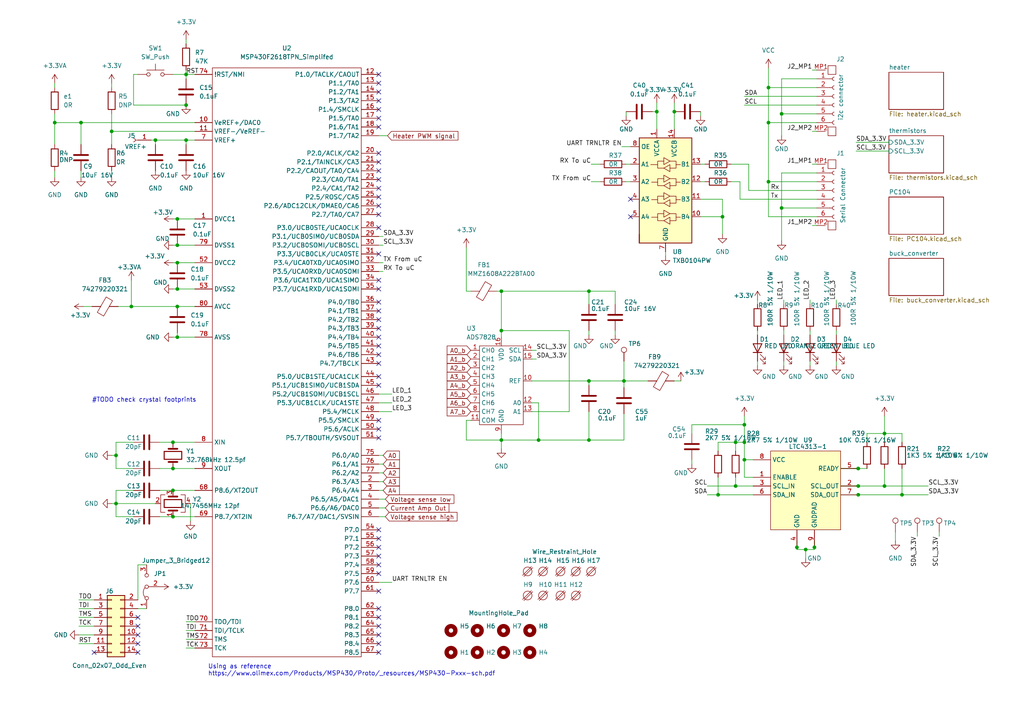
<source format=kicad_sch>
(kicad_sch (version 20230121) (generator eeschema)
  (paper "A4")
  (title_block (title "Hestia") (date "2023-06-14") (rev "2.1") (company "Mawson Rovers"))
  (junction (at 261.62 143.51))
  (junction (at 222.885 52.705))
  (junction (at 170.815 127.635))
  (junction (at 233.68 159.385))
  (junction (at 209.55 62.865))
  (junction (at 53.975 40.64))
  (junction (at 53.975 21.59))
  (junction (at 51.435 71.12))
  (junction (at 248.92 143.51))
  (junction (at 190.5 32.385))
  (junction (at 248.92 135.89))
  (junction (at 50.165 135.89))
  (junction (at 170.815 110.49))
  (junction (at 256.54 125.73))
  (junction (at 248.92 140.97))
  (junction (at 180.975 110.49))
  (junction (at 213.36 140.97))
  (junction (at 215.9 128.27))
  (junction (at 215.9 123.19))
  (junction (at 33.655 132.08))
  (junction (at 145.415 84.455))
  (junction (at 32.385 38.1))
  (junction (at 236.22 158.75))
  (junction (at 51.435 88.9))
  (junction (at 53.975 30.48))
  (junction (at 50.165 142.24))
  (junction (at 215.9 133.35))
  (junction (at 145.415 127.635))
  (junction (at 50.165 149.86))
  (junction (at 222.885 25.4))
  (junction (at 50.165 128.27))
  (junction (at 15.875 35.56))
  (junction (at 145.415 95.885))
  (junction (at 213.36 128.27))
  (junction (at 256.54 140.97))
  (junction (at 45.085 40.64))
  (junction (at 231.14 158.75))
  (junction (at 51.435 63.5))
  (junction (at 226.695 60.325))
  (junction (at 23.495 35.56))
  (junction (at 38.1 88.9))
  (junction (at 51.435 76.2))
  (junction (at 208.28 143.51))
  (junction (at 222.885 35.56))
  (junction (at 226.695 33.02))
  (junction (at 33.655 146.05))
  (junction (at 51.435 83.82))
  (junction (at 156.21 127.635))
  (junction (at 170.815 84.455))
  (junction (at 51.435 97.79))
  (junction (at 195.58 32.385))
  (no_connect (at 109.855 36.83))
  (no_connect (at 109.855 59.69))
  (no_connect (at 40.005 179.07))
  (no_connect (at 109.855 46.99))
  (no_connect (at 109.855 62.23))
  (no_connect (at 40.005 186.69))
  (no_connect (at 27.305 189.23))
  (no_connect (at 109.855 57.15))
  (no_connect (at 109.855 31.75))
  (no_connect (at 40.005 181.61))
  (no_connect (at 109.855 52.07))
  (no_connect (at 109.855 26.67))
  (no_connect (at 109.855 87.63))
  (no_connect (at 109.855 49.53))
  (no_connect (at 109.855 24.13))
  (no_connect (at 109.855 34.29))
  (no_connect (at 109.855 100.33))
  (no_connect (at 109.855 102.87))
  (no_connect (at 109.855 105.41))
  (no_connect (at 109.855 95.25))
  (no_connect (at 109.855 92.71))
  (no_connect (at 109.855 29.21))
  (no_connect (at 109.855 127))
  (no_connect (at 109.855 124.46))
  (no_connect (at 109.855 121.92))
  (no_connect (at 109.855 111.76))
  (no_connect (at 109.855 109.22))
  (no_connect (at 109.855 66.04))
  (no_connect (at 109.855 73.66))
  (no_connect (at 109.855 83.82))
  (no_connect (at 109.855 81.28))
  (no_connect (at 109.855 189.23))
  (no_connect (at 109.855 186.69))
  (no_connect (at 109.855 179.07))
  (no_connect (at 109.855 181.61))
  (no_connect (at 109.855 184.15))
  (no_connect (at 109.855 176.53))
  (no_connect (at 109.855 153.67))
  (no_connect (at 109.855 156.21))
  (no_connect (at 109.855 166.37))
  (no_connect (at 109.855 163.83))
  (no_connect (at 109.855 171.45))
  (no_connect (at 109.855 161.29))
  (no_connect (at 109.855 158.75))
  (no_connect (at 40.005 184.15))
  (no_connect (at 109.855 44.45))
  (no_connect (at 40.005 189.23))
  (no_connect (at 109.855 97.79))
  (no_connect (at 109.855 90.17))
  (no_connect (at 109.855 21.59))
  (no_connect (at 109.855 54.61))
  (no_connect (at 182.88 62.865))
  (no_connect (at 182.88 57.785))
  (wire (pts (xy 248.92 135.89) (xy 251.46 135.89)))
  (wire (pts (xy 55.245 151.13) (xy 55.245 146.05)))
  (wire (pts (xy 178.435 84.455) (xy 178.435 88.265)))
  (wire (pts (xy 154.305 101.6) (xy 155.575 101.6)))
  (wire (pts (xy 261.62 143.51) (xy 261.62 135.89)))
  (wire (pts (xy 236.22 158.75) (xy 236.22 159.385)))
  (wire (pts (xy 204.47 47.625) (xy 203.2 47.625)))
  (wire (pts (xy 23.495 35.56) (xy 15.875 35.56)))
  (wire (pts (xy 170.815 84.455) (xy 170.815 88.265)))
  (wire (pts (xy 195.58 32.385) (xy 195.58 37.465)))
  (wire (pts (xy 145.415 125.73) (xy 145.415 127.635)))
  (wire (pts (xy 154.305 119.38) (xy 165.1 119.38)))
  (wire (pts (xy 208.28 138.43) (xy 208.28 143.51)))
  (wire (pts (xy 15.875 35.56) (xy 15.875 41.91)))
  (wire (pts (xy 109.855 144.78) (xy 111.76 144.78)))
  (wire (pts (xy 180.975 110.49) (xy 187.96 110.49)))
  (wire (pts (xy 235.585 47.625) (xy 236.855 47.625)))
  (wire (pts (xy 109.855 39.37) (xy 112.395 39.37)))
  (wire (pts (xy 233.68 159.385) (xy 236.22 159.385)))
  (wire (pts (xy 226.695 50.165) (xy 226.695 60.325)))
  (wire (pts (xy 32.385 51.435) (xy 32.385 49.53)))
  (wire (pts (xy 109.855 68.58) (xy 111.125 68.58)))
  (wire (pts (xy 170.815 95.885) (xy 170.815 97.155)))
  (wire (pts (xy 154.305 116.84) (xy 156.21 116.84)))
  (wire (pts (xy 181.61 47.625) (xy 182.88 47.625)))
  (wire (pts (xy 22.86 186.69) (xy 27.305 186.69)))
  (wire (pts (xy 46.355 128.27) (xy 50.165 128.27)))
  (wire (pts (xy 272.415 154.305) (xy 272.415 155.575)))
  (wire (pts (xy 259.715 154.305) (xy 259.715 156.845)))
  (wire (pts (xy 40.005 176.53) (xy 42.545 176.53)))
  (wire (pts (xy 109.855 137.16) (xy 111.125 137.16)))
  (wire (pts (xy 178.435 95.885) (xy 178.435 97.155)))
  (wire (pts (xy 226.695 60.325) (xy 226.695 69.85)))
  (wire (pts (xy 205.105 140.97) (xy 213.36 140.97)))
  (wire (pts (xy 51.435 63.5) (xy 56.515 63.5)))
  (wire (pts (xy 33.655 132.08) (xy 32.385 132.08)))
  (wire (pts (xy 193.04 73.025) (xy 193.04 74.295)))
  (wire (pts (xy 170.815 119.38) (xy 170.815 127.635)))
  (wire (pts (xy 32.385 24.13) (xy 32.385 25.4)))
  (wire (pts (xy 50.165 149.86) (xy 56.515 149.86)))
  (wire (pts (xy 217.17 55.245) (xy 217.17 47.625)))
  (wire (pts (xy 50.165 71.12) (xy 51.435 71.12)))
  (wire (pts (xy 243.84 143.51) (xy 248.92 143.51)))
  (wire (pts (xy 256.54 125.73) (xy 256.54 128.27)))
  (wire (pts (xy 109.855 76.2) (xy 111.125 76.2)))
  (wire (pts (xy 226.695 60.325) (xy 236.855 60.325)))
  (wire (pts (xy 248.285 41.275) (xy 257.81 41.275)))
  (wire (pts (xy 135.255 121.92) (xy 135.255 127.635)))
  (wire (pts (xy 46.355 149.86) (xy 50.165 149.86)))
  (wire (pts (xy 40.005 173.99) (xy 40.005 163.83)))
  (wire (pts (xy 22.86 184.15) (xy 27.305 184.15)))
  (wire (pts (xy 50.165 135.89) (xy 56.515 135.89)))
  (wire (pts (xy 236.855 62.865) (xy 222.885 62.865)))
  (wire (pts (xy 209.55 57.785) (xy 209.55 62.865)))
  (wire (pts (xy 215.9 133.35) (xy 215.9 138.43)))
  (wire (pts (xy 214.63 57.785) (xy 236.855 57.785)))
  (wire (pts (xy 180.975 110.49) (xy 180.975 112.395)))
  (wire (pts (xy 109.855 71.12) (xy 111.125 71.12)))
  (wire (pts (xy 109.855 139.7) (xy 111.125 139.7)))
  (wire (pts (xy 53.975 180.34) (xy 56.515 180.34)))
  (wire (pts (xy 236.855 22.86) (xy 226.695 22.86)))
  (wire (pts (xy 38.1 88.9) (xy 51.435 88.9)))
  (wire (pts (xy 261.62 125.73) (xy 261.62 128.27)))
  (wire (pts (xy 51.435 97.79) (xy 51.435 96.52)))
  (wire (pts (xy 231.14 159.385) (xy 233.68 159.385)))
  (wire (pts (xy 46.355 142.24) (xy 50.165 142.24)))
  (wire (pts (xy 208.28 128.27) (xy 213.36 128.27)))
  (wire (pts (xy 213.36 128.27) (xy 213.36 130.81)))
  (wire (pts (xy 170.815 110.49) (xy 180.975 110.49)))
  (wire (pts (xy 215.9 120.65) (xy 215.9 123.19)))
  (wire (pts (xy 38.1 81.28) (xy 38.1 88.9)))
  (wire (pts (xy 266.065 154.305) (xy 266.065 155.575)))
  (wire (pts (xy 190.5 32.385) (xy 190.5 37.465)))
  (wire (pts (xy 23.495 35.56) (xy 23.495 41.91)))
  (wire (pts (xy 109.855 78.74) (xy 111.125 78.74)))
  (wire (pts (xy 204.47 52.705) (xy 203.2 52.705)))
  (wire (pts (xy 236.855 50.165) (xy 226.695 50.165)))
  (wire (pts (xy 109.855 142.24) (xy 111.125 142.24)))
  (wire (pts (xy 203.2 32.385) (xy 203.2 33.655)))
  (wire (pts (xy 180.34 42.545) (xy 182.88 42.545)))
  (wire (pts (xy 34.29 88.9) (xy 38.1 88.9)))
  (wire (pts (xy 53.975 21.59) (xy 53.975 20.32)))
  (wire (pts (xy 195.58 29.845) (xy 195.58 32.385)))
  (wire (pts (xy 227.33 104.775) (xy 227.33 106.045)))
  (wire (pts (xy 256.54 125.73) (xy 261.62 125.73)))
  (wire (pts (xy 38.735 30.48) (xy 53.975 30.48)))
  (wire (pts (xy 24.13 88.9) (xy 26.67 88.9)))
  (wire (pts (xy 233.68 159.385) (xy 233.68 161.925)))
  (wire (pts (xy 51.435 97.79) (xy 56.515 97.79)))
  (wire (pts (xy 235.585 38.1) (xy 236.855 38.1)))
  (wire (pts (xy 234.95 104.775) (xy 234.95 106.045)))
  (wire (pts (xy 109.855 168.91) (xy 113.665 168.91)))
  (wire (pts (xy 226.695 33.02) (xy 236.855 33.02)))
  (wire (pts (xy 226.695 33.02) (xy 226.695 39.37)))
  (wire (pts (xy 170.815 127.635) (xy 180.975 127.635)))
  (wire (pts (xy 109.855 119.38) (xy 113.665 119.38)))
  (wire (pts (xy 165.1 119.38) (xy 165.1 95.885)))
  (wire (pts (xy 145.415 84.455) (xy 170.815 84.455)))
  (wire (pts (xy 189.23 32.385) (xy 190.5 32.385)))
  (wire (pts (xy 203.2 62.865) (xy 209.55 62.865)))
  (wire (pts (xy 50.165 83.82) (xy 51.435 83.82)))
  (wire (pts (xy 222.885 52.705) (xy 236.855 52.705)))
  (wire (pts (xy 222.885 52.705) (xy 222.885 62.865)))
  (wire (pts (xy 22.86 181.61) (xy 27.305 181.61)))
  (wire (pts (xy 222.885 35.56) (xy 222.885 25.4)))
  (wire (pts (xy 248.92 140.97) (xy 256.54 140.97)))
  (wire (pts (xy 154.305 110.49) (xy 170.815 110.49)))
  (wire (pts (xy 50.165 128.27) (xy 56.515 128.27)))
  (wire (pts (xy 53.975 185.42) (xy 56.515 185.42)))
  (wire (pts (xy 109.855 132.08) (xy 111.125 132.08)))
  (wire (pts (xy 38.735 21.59) (xy 40.005 21.59)))
  (wire (pts (xy 38.735 142.24) (xy 33.655 142.24)))
  (wire (pts (xy 170.815 110.49) (xy 170.815 111.76)))
  (wire (pts (xy 231.14 156.845) (xy 231.14 158.75)))
  (wire (pts (xy 33.655 128.27) (xy 33.655 132.08)))
  (wire (pts (xy 215.9 27.94) (xy 236.855 27.94)))
  (wire (pts (xy 215.9 128.27) (xy 215.9 133.35)))
  (wire (pts (xy 181.61 52.705) (xy 182.88 52.705)))
  (wire (pts (xy 109.855 147.32) (xy 111.76 147.32)))
  (wire (pts (xy 135.255 71.755) (xy 135.255 84.455)))
  (wire (pts (xy 38.735 149.86) (xy 33.655 149.86)))
  (wire (pts (xy 135.255 121.92) (xy 136.525 121.92)))
  (wire (pts (xy 213.36 128.27) (xy 215.9 128.27)))
  (wire (pts (xy 180.975 104.775) (xy 180.975 110.49)))
  (wire (pts (xy 209.55 62.865) (xy 209.55 67.945)))
  (wire (pts (xy 214.63 57.785) (xy 214.63 52.705)))
  (wire (pts (xy 242.57 86.995) (xy 242.57 88.265)))
  (wire (pts (xy 53.975 21.59) (xy 53.975 22.86)))
  (wire (pts (xy 219.71 95.885) (xy 219.71 97.155)))
  (wire (pts (xy 145.415 127.635) (xy 145.415 130.175)))
  (wire (pts (xy 242.57 104.775) (xy 242.57 106.045)))
  (wire (pts (xy 51.435 83.82) (xy 56.515 83.82)))
  (wire (pts (xy 248.285 43.815) (xy 257.81 43.815)))
  (wire (pts (xy 208.28 143.51) (xy 218.44 143.51)))
  (wire (pts (xy 156.21 127.635) (xy 170.815 127.635)))
  (wire (pts (xy 200.66 125.73) (xy 200.66 123.19)))
  (wire (pts (xy 156.21 116.84) (xy 156.21 127.635)))
  (wire (pts (xy 32.385 38.1) (xy 32.385 41.91)))
  (wire (pts (xy 256.54 135.89) (xy 256.54 140.97)))
  (wire (pts (xy 33.655 146.05) (xy 45.085 146.05)))
  (wire (pts (xy 195.58 110.49) (xy 197.485 110.49)))
  (wire (pts (xy 38.735 135.89) (xy 33.655 135.89)))
  (wire (pts (xy 50.165 97.79) (xy 51.435 97.79)))
  (wire (pts (xy 53.975 40.64) (xy 45.085 40.64)))
  (wire (pts (xy 43.815 40.64) (xy 45.085 40.64)))
  (wire (pts (xy 50.165 142.24) (xy 56.515 142.24)))
  (wire (pts (xy 144.145 84.455) (xy 145.415 84.455)))
  (wire (pts (xy 40.005 163.83) (xy 42.545 163.83)))
  (wire (pts (xy 32.385 38.1) (xy 32.385 33.02)))
  (wire (pts (xy 222.885 35.56) (xy 222.885 52.705)))
  (wire (pts (xy 200.66 133.35) (xy 200.66 134.62)))
  (wire (pts (xy 200.66 123.19) (xy 215.9 123.19)))
  (wire (pts (xy 53.975 11.43) (xy 53.975 12.7)))
  (wire (pts (xy 33.655 132.08) (xy 33.655 135.89)))
  (wire (pts (xy 53.975 182.88) (xy 56.515 182.88)))
  (wire (pts (xy 109.855 149.86) (xy 111.76 149.86)))
  (wire (pts (xy 227.33 86.995) (xy 227.33 88.265)))
  (wire (pts (xy 222.885 19.685) (xy 222.885 25.4)))
  (wire (pts (xy 33.655 146.05) (xy 32.385 146.05)))
  (wire (pts (xy 15.875 51.435) (xy 15.875 49.53)))
  (wire (pts (xy 215.9 123.19) (xy 215.9 128.27)))
  (wire (pts (xy 190.5 29.845) (xy 190.5 32.385)))
  (wire (pts (xy 205.105 143.51) (xy 208.28 143.51)))
  (wire (pts (xy 109.855 134.62) (xy 111.125 134.62)))
  (wire (pts (xy 51.435 88.9) (xy 56.515 88.9)))
  (wire (pts (xy 33.655 146.05) (xy 33.655 149.86)))
  (wire (pts (xy 22.86 176.53) (xy 27.305 176.53)))
  (wire (pts (xy 50.165 21.59) (xy 53.975 21.59)))
  (wire (pts (xy 215.9 138.43) (xy 218.44 138.43)))
  (wire (pts (xy 235.585 20.32) (xy 236.855 20.32)))
  (wire (pts (xy 248.92 143.51) (xy 261.62 143.51)))
  (wire (pts (xy 135.255 84.455) (xy 136.525 84.455)))
  (wire (pts (xy 226.695 22.86) (xy 226.695 33.02)))
  (wire (pts (xy 256.54 120.65) (xy 256.54 125.73)))
  (wire (pts (xy 261.62 143.51) (xy 269.24 143.51)))
  (wire (pts (xy 235.585 65.405) (xy 236.855 65.405)))
  (wire (pts (xy 219.71 104.775) (xy 219.71 106.045)))
  (wire (pts (xy 227.33 95.885) (xy 227.33 97.155)))
  (wire (pts (xy 154.305 104.14) (xy 155.575 104.14)))
  (wire (pts (xy 56.515 21.59) (xy 53.975 21.59)))
  (wire (pts (xy 33.655 142.24) (xy 33.655 146.05)))
  (wire (pts (xy 46.355 135.89) (xy 50.165 135.89)))
  (wire (pts (xy 50.165 63.5) (xy 51.435 63.5)))
  (wire (pts (xy 109.855 114.3) (xy 113.665 114.3)))
  (wire (pts (xy 56.515 35.56) (xy 23.495 35.56)))
  (wire (pts (xy 171.45 47.625) (xy 173.99 47.625)))
  (wire (pts (xy 234.95 86.995) (xy 234.95 88.265)))
  (wire (pts (xy 53.975 187.96) (xy 56.515 187.96)))
  (wire (pts (xy 156.21 127.635) (xy 145.415 127.635)))
  (wire (pts (xy 222.885 25.4) (xy 236.855 25.4)))
  (wire (pts (xy 214.63 52.705) (xy 212.09 52.705)))
  (wire (pts (xy 236.855 35.56) (xy 222.885 35.56)))
  (wire (pts (xy 38.735 21.59) (xy 38.735 30.48)))
  (wire (pts (xy 135.255 127.635) (xy 145.415 127.635)))
  (wire (pts (xy 213.36 138.43) (xy 213.36 140.97)))
  (wire (pts (xy 45.085 40.64) (xy 45.085 41.91)))
  (wire (pts (xy 243.84 140.97) (xy 248.92 140.97)))
  (wire (pts (xy 38.735 128.27) (xy 33.655 128.27)))
  (wire (pts (xy 251.46 125.73) (xy 251.46 128.27)))
  (wire (pts (xy 208.28 128.27) (xy 208.28 130.81)))
  (wire (pts (xy 203.2 57.785) (xy 209.55 57.785)))
  (wire (pts (xy 256.54 140.97) (xy 269.24 140.97)))
  (wire (pts (xy 165.1 95.885) (xy 145.415 95.885)))
  (wire (pts (xy 213.36 140.97) (xy 218.44 140.97)))
  (wire (pts (xy 234.95 95.885) (xy 234.95 97.155)))
  (wire (pts (xy 145.415 84.455) (xy 145.415 95.885)))
  (wire (pts (xy 171.45 52.705) (xy 173.99 52.705)))
  (wire (pts (xy 217.17 47.625) (xy 212.09 47.625)))
  (wire (pts (xy 22.86 179.07) (xy 27.305 179.07)))
  (wire (pts (xy 243.84 135.89) (xy 248.92 135.89)))
  (wire (pts (xy 231.14 158.75) (xy 231.14 159.385)))
  (wire (pts (xy 236.22 156.845) (xy 236.22 158.75)))
  (wire (pts (xy 215.9 133.35) (xy 218.44 133.35)))
  (wire (pts (xy 56.515 38.1) (xy 32.385 38.1)))
  (wire (pts (xy 51.435 71.12) (xy 56.515 71.12)))
  (wire (pts (xy 15.875 24.13) (xy 15.875 25.4)))
  (wire (pts (xy 15.875 35.56) (xy 15.875 33.02)))
  (wire (pts (xy 242.57 95.885) (xy 242.57 97.155)))
  (wire (pts (xy 50.165 76.2) (xy 51.435 76.2)))
  (wire (pts (xy 170.815 84.455) (xy 178.435 84.455)))
  (wire (pts (xy 56.515 40.64) (xy 53.975 40.64)))
  (wire (pts (xy 53.975 40.64) (xy 53.975 41.91)))
  (wire (pts (xy 217.17 55.245) (xy 236.855 55.245)))
  (wire (pts (xy 180.975 120.015) (xy 180.975 127.635)))
  (wire (pts (xy 51.435 76.2) (xy 56.515 76.2)))
  (wire (pts (xy 109.855 116.84) (xy 113.665 116.84)))
  (wire (pts (xy 215.9 30.48) (xy 236.855 30.48)))
  (wire (pts (xy 219.71 86.995) (xy 219.71 88.265)))
  (wire (pts (xy 256.54 125.73) (xy 251.46 125.73)))
  (wire (pts (xy 23.495 51.435) (xy 23.495 49.53)))
  (wire (pts (xy 181.61 32.385) (xy 181.61 33.655)))
  (wire (pts (xy 22.86 173.99) (xy 27.305 173.99)))
  (wire (pts (xy 145.415 95.885) (xy 145.415 97.79)))
  (text "#TODO check crystal footprints" (at 26.67 116.84 0) (effects (font (size 1.27 1.27)) (justify left bottom)))
  (text "Using as reference\nhttps://www.olimex.com/Products/MSP430/Proto/_resources/MSP430-Pxxx-sch.pdf\n" (at 60.325 196.215 0) (effects (font (size 1.27 1.27)) (justify left bottom)))
  (label "SCL_3.3V" (at 248.285 43.815 0))
  (label "SDA_3.3V" (at 248.285 41.275 0))
  (label "TCK" (at 22.86 181.61 0))
  (label "Tx" (at 223.52 57.785 0))
  (label "SDA" (at 205.105 143.51 180))
  (label "TCK" (at 53.975 187.96 0))
  (label "TX From uC" (at 111.125 76.2 0))
  (label "SDA_3.3V" (at 111.125 68.58 0))
  (label "TMS" (at 22.86 179.07 0))
  (label "TDI" (at 22.86 176.53 0))
  (label "RST" (at 53.975 21.59 0))
  (label "LED_1" (at 113.665 114.3 0))
  (label "SDA_3.3V" (at 269.24 143.51 0))
  (label "J2_MP1" (at 235.585 20.32 180))
  (label "UART TRNLTR EN" (at 180.34 42.545 180))
  (label "TDI" (at 53.975 182.88 0))
  (label "TMS" (at 53.975 185.42 0))
  (label "LED_3" (at 113.665 119.38 0))
  (label "SCL_3.3V" (at 155.575 101.6 0))
  (label "TX From uC" (at 171.45 52.705 180))
  (label "LED_2" (at 234.95 86.995 90))
  (label "UART TRNLTR EN" (at 113.665 168.91 0))
  (label "Rx" (at 223.52 55.245 0))
  (label "TDO" (at 22.86 173.99 0))
  (label "SDA_3.3V" (at 155.575 104.14 0))
  (label "SCL_3.3V" (at 269.24 140.97 0))
  (label "RX To uC" (at 171.45 47.625 180))
  (label "SCL" (at 205.105 140.97 180))
  (label "LED_3" (at 242.57 86.995 90))
  (label "J2_MP2" (at 235.585 38.1 180))
  (label "SCL_3.3V" (at 111.125 71.12 0))
  (label "RST" (at 22.86 186.69 0))
  (label "SDA" (at 215.9 27.94 0))
  (label "SCL" (at 215.9 30.48 0))
  (label "TDO" (at 53.975 180.34 0))
  (label "J1_MP2" (at 235.585 65.405 180))
  (label "RX To uC" (at 111.125 78.74 0))
  (label "SCL_3.3V" (at 272.415 155.575 270))
  (label "LED_2" (at 113.665 116.84 0))
  (label "SDA_3.3V" (at 266.065 155.575 270))
  (label "J1_MP1" (at 235.585 47.625 180))
  (label "LED_1" (at 227.33 86.995 90))
  (global_label "A2_b" (shape input) (at 136.525 106.68 180) (property "Intersheetrefs" "${INTERSHEET_REFS}" (effects hide)))
  (global_label "Current Amp Out" (shape input) (at 111.76 147.32 0) (property "Intersheetrefs" "${INTERSHEET_REFS}" (effects hide)))
  (global_label "A1_b" (shape input) (at 136.525 104.14 180) (property "Intersheetrefs" "${INTERSHEET_REFS}" (effects hide)))
  (global_label "A6_b" (shape input) (at 136.525 116.84 180) (property "Intersheetrefs" "${INTERSHEET_REFS}" (effects hide)))
  (global_label "Voltage sense low" (shape input) (at 111.76 144.78 0) (property "Intersheetrefs" "${INTERSHEET_REFS}" (effects hide)))
  (global_label "A4_b" (shape input) (at 136.525 111.76 180) (property "Intersheetrefs" "${INTERSHEET_REFS}" (effects hide)))
  (global_label "A7_b" (shape input) (at 136.525 119.38 180) (property "Intersheetrefs" "${INTERSHEET_REFS}" (effects hide)))
  (global_label "A4" (shape input) (at 111.125 142.24 0) (property "Intersheetrefs" "${INTERSHEET_REFS}" (effects hide)))
  (global_label "A1" (shape input) (at 111.125 134.62 0) (property "Intersheetrefs" "${INTERSHEET_REFS}" (effects hide)))
  (global_label "A0_b" (shape input) (at 136.525 101.6 180) (property "Intersheetrefs" "${INTERSHEET_REFS}" (effects hide)))
  (global_label "A3_b" (shape input) (at 136.525 109.22 180) (property "Intersheetrefs" "${INTERSHEET_REFS}" (effects hide)))
  (global_label "A3" (shape input) (at 111.125 139.7 0) (property "Intersheetrefs" "${INTERSHEET_REFS}" (effects hide)))
  (global_label "Voltage sense high" (shape input) (at 111.76 149.86 0) (property "Intersheetrefs" "${INTERSHEET_REFS}" (effects hide)))
  (global_label "Heater PWM signal" (shape input) (at 112.395 39.37 0) (property "Intersheetrefs" "${INTERSHEET_REFS}" (effects hide)))
  (global_label "A2" (shape input) (at 111.125 137.16 0) (property "Intersheetrefs" "${INTERSHEET_REFS}" (effects hide)))
  (global_label "A0" (shape input) (at 111.125 132.08 0) (property "Intersheetrefs" "${INTERSHEET_REFS}" (effects hide)))
  (global_label "A5_b" (shape input) (at 136.525 114.3 180) (property "Intersheetrefs" "${INTERSHEET_REFS}" (effects hide)))
  (symbol (lib_id "power:GND") (at 181.61 33.655 0) (unit 1)
    (property "Reference" "#PWR0188" (effects hide))
    (property "Value" "GND" (at 181.61 37.465 0))
  )
  (symbol (lib_id "Hestia:Wire_Restraint_Hole") (at 153.035 172.72 0) (unit 1) (in_bom no)
    (property "Reference" "H9" (at 151.765 169.545 0) (effects (justify left)))
    (property "Value" "Wire_Restraint_Hole" (effects hide))
    (property "Footprint" "Hestia:Wire_Restraint_Hole_1.8mm" (effects hide))
  )
  (symbol (lib_id "power:GND") (at 200.66 134.62 0) (unit 1)
    (property "Reference" "#PWR0137" (effects hide))
    (property "Value" "GND" (at 197.485 137.16 0))
  )
  (symbol (lib_id "Mechanical:MountingHole") (at 153.67 189.23 0) (unit 1) (in_bom no)
    (property "Reference" "H4" (at 156.21 189.2299 0) (effects (justify left)))
    (property "Value" "MountingHole" (effects hide))
    (property "Footprint" "MountingHole:MountingHole_3.2mm_M3_ISO7380" (effects hide))
  )
  (symbol (lib_id "Device:C") (at 23.495 45.72 0) (unit 1)
    (property "Reference" "C9" (at 24.13 48.26 0) (effects (justify left)))
    (property "Value" "10uF 16V" (at 23.495 50.8 0) (effects (justify left)))
    (property "Footprint" "Capacitor_SMD:C_0603_1608Metric_Pad1.08x0.95mm_HandSolder" (effects hide))
    (property "Digikey Part" "311-1822-1-ND" (effects hide))
    (property "Type" "SMD" (effects hide))
    (property "Manufacturer" "YAGEO" (effects hide))
    (property "Mfr PN" "CC0603MRX5R7BB106" (effects hide))
  )
  (symbol (lib_id "power:GND") (at 259.715 156.845 0) (unit 1)
    (property "Reference" "#PWR016" (effects hide))
    (property "Value" "GND" (at 259.715 161.925 0))
  )
  (symbol (lib_id "power:GND") (at 219.71 106.045 0) (unit 1)
    (property "Reference" "#PWR0122" (effects hide))
    (property "Value" "GND" (at 220.98 109.22 0) (effects (justify left)))
  )
  (symbol (lib_id "Device:R") (at 208.28 52.705 270) (unit 1)
    (property "Reference" "R36" (at 207.01 50.165 90) (effects (justify left)))
    (property "Value" "0R" (at 207.01 52.705 90) (effects (justify left)))
    (property "Footprint" "Resistor_SMD:R_0603_1608Metric_Pad0.98x0.95mm_HandSolder" (effects hide))
    (property "Digikey Part" "RMCF0603ZT0R00CT-ND" (effects hide))
    (property "Manufacturer" "Stackpole Electronics Inc" (effects hide))
    (property "Mfr PN" "RMCF0603ZT0R00" (effects hide))
    (property "Type" "SMD" (effects hide))
  )
  (symbol (lib_id "power:GND") (at 50.165 83.82 270) (unit 1)
    (property "Reference" "#PWR0107" (effects hide))
    (property "Value" "GND" (at 44.45 81.915 90) (effects (justify left)))
  )
  (symbol (lib_id "Device:R") (at 227.33 92.075 0) (unit 1)
    (property "Reference" "R9" (at 227.4522 88.5223 0) (effects (justify left)))
    (property "Value" "100R 5% 1/10W" (at 231.128 94.7362 90) (effects (justify left)))
    (property "Footprint" "Resistor_SMD:R_0603_1608Metric_Pad0.98x0.95mm_HandSolder" (effects hide))
    (property "Digikey Part" "13-RC0603JR-13100RLCT-ND" (effects hide))
    (property "Manufacturer" "YAGEO" (effects hide))
    (property "Mfr PN" "RC0603JR-13100RL" (effects hide))
    (property "Type" "SMD" (effects hide))
  )
  (symbol (lib_id "Device:C") (at 45.085 45.72 0) (unit 1)
    (property "Reference" "C10" (at 46.355 48.26 0) (effects (justify left)))
    (property "Value" "0.1uF" (at 46.355 50.8 0) (effects (justify left)))
    (property "Footprint" "Capacitor_SMD:C_0603_1608Metric_Pad1.08x0.95mm_HandSolder" (effects hide))
    (property "Digikey Part" "1276-CL10B104KB8WPNDCT-ND" (effects hide))
    (property "Type" "SMD" (effects hide))
    (property "Manufacturer" "Samsung Electro-Mechanics" (effects hide))
    (property "Mfr PN" "CL10B104KB8WPND" (effects hide))
  )
  (symbol (lib_id "Device:R") (at 32.385 45.72 0) (unit 1)
    (property "Reference" "R6" (at 33.655 44.45 0) (effects (justify left)))
    (property "Value" "0R" (at 33.655 46.99 0) (effects (justify left)))
    (property "Footprint" "Resistor_SMD:R_0603_1608Metric_Pad0.98x0.95mm_HandSolder" (effects hide))
    (property "Digikey Part" "RMCF0603ZT0R00CT-ND" (effects hide))
    (property "Manufacturer" "Stackpole Electronics Inc" (effects hide))
    (property "Mfr PN" "RMCF0603ZT0R00" (effects hide))
    (property "Type" "SMD" (effects hide))
  )
  (symbol (lib_id "power:GND") (at 226.695 39.37 0) (unit 1)
    (property "Reference" "#PWR013" (effects hide))
    (property "Value" "GND" (at 226.695 43.18 0))
  )
  (symbol (lib_id "Device:C") (at 170.815 92.075 0) (unit 1)
    (property "Reference" "C21" (at 171.45 87.63 0) (effects (justify left)))
    (property "Value" "0.1uF" (at 171.45 89.535 0) (effects (justify left)))
    (property "Footprint" "Capacitor_SMD:C_0603_1608Metric_Pad1.08x0.95mm_HandSolder" (effects hide))
    (property "Digikey Part" "1276-CL10B104KB8WPNDCT-ND" (effects hide))
    (property "Type" "SMD" (effects hide))
    (property "Manufacturer" "Samsung Electro-Mechanics" (effects hide))
    (property "Mfr PN" "CL10B104KB8WPND" (effects hide))
  )
  (symbol (lib_id "power:+3.3V") (at 24.13 88.9 90) (unit 1)
    (property "Reference" "#PWR0108" (effects hide))
    (property "Value" "+3.3V" (at 20.32 91.44 90) (effects (justify right)))
  )
  (symbol (lib_id "Device:C") (at 185.42 32.385 270) (unit 1)
    (property "Reference" "C40" (at 185.42 24.765 90))
    (property "Value" "0.1uF" (at 185.42 27.305 90))
    (property "Footprint" "Capacitor_SMD:C_0603_1608Metric_Pad1.08x0.95mm_HandSolder" (effects hide))
    (property "Digikey Part" "1276-CL10B104KB8WPNDCT-ND" (effects hide))
    (property "Type" "SMD" (effects hide))
    (property "Manufacturer" "Samsung Electro-Mechanics" (effects hide))
    (property "Mfr PN" "CL10B104KB8WPND" (effects hide))
  )
  (symbol (lib_id "Connector:Conn_01x01_Female") (at 38.735 40.64 180) (unit 1)
    (property "Reference" "J5" (at 38.1 39.37 0))
    (property "Value" "VREF+" (at 39.37 42.545 0))
    (property "Footprint" "TestPoint:TestPoint_Pad_D2.0mm" (effects hide))
  )
  (symbol (lib_id "power:+3.3V") (at 197.485 110.49 0) (unit 1)
    (property "Reference" "#PWR0125" (effects hide))
    (property "Value" "+3.3V" (at 201.295 107.95 0))
  )
  (symbol (lib_id "Device:R") (at 213.36 134.62 0) (unit 1)
    (property "Reference" "R28" (at 216.535 125.73 0) (effects (justify left)))
    (property "Value" "2K7 5% 1/10W" (at 216.535 127.635 0) (effects (justify left)))
    (property "Footprint" "Resistor_SMD:R_0603_1608Metric_Pad0.98x0.95mm_HandSolder" (effects hide))
    (property "Digikey Part" "311-2.7KGRCT-ND" (effects hide))
    (property "Manufacturer" "YAGEO" (effects hide))
    (property "Mfr PN" "RC0603JR-072K7L" (effects hide))
    (property "Type" "SMD" (effects hide))
  )
  (symbol (lib_id "Hestia:ADS7828") (at 140.335 101.6 0) (unit 1)
    (property "Reference" "U3" (at 135.255 95.25 0) (effects (justify left)))
    (property "Value" "ADS7828" (at 135.255 97.79 0) (effects (justify left)))
    (property "Footprint" "Package_SO:TSSOP-16_4.4x5mm_P0.65mm" (effects hide))
    (property "Digikey Part" "296-38856-1-ND" (effects hide))
    (property "Manufacturer" "Texas Instruments" (effects hide))
    (property "Mfr PN" "ADS7828E/2K5" (effects hide))
    (property "Type" "SMD" (effects hide))
  )
  (symbol (lib_id "power:GND") (at 203.2 33.655 0) (unit 1)
    (property "Reference" "#PWR0187" (effects hide))
    (property "Value" "GND" (at 203.2 37.465 0))
  )
  (symbol (lib_id "Hestia:Conn_01x06_2MP") (at 241.935 27.94 0) (unit 1)
    (property "Reference" "J2" (at 242.57 17.145 0) (effects (justify left)))
    (property "Value" "i2c connector" (at 243.84 34.925 90) (effects (justify left)))
    (property "Footprint" "Hestia:MolexPicoLock_6Way_2MP" (effects hide))
    (property "Digikey Part" "WM10143CT-ND" (effects hide))
    (property "Type" "SMD" (effects hide))
    (property "Manufacturer" "Molex" (effects hide))
    (property "Mfr PN" "5040500691" (effects hide))
  )
  (symbol (lib_id "Device:C") (at 170.815 115.57 0) (unit 1)
    (property "Reference" "C20" (at 173.355 119.38 0) (effects (justify left)))
    (property "Value" "0.1uF" (at 173.355 121.285 0) (effects (justify left)))
    (property "Footprint" "Capacitor_SMD:C_0603_1608Metric_Pad1.08x0.95mm_HandSolder" (effects hide))
    (property "Digikey Part" "1276-CL10B104KB8WPNDCT-ND" (effects hide))
    (property "Type" "SMD" (effects hide))
    (property "Manufacturer" "Samsung Electro-Mechanics" (effects hide))
    (property "Mfr PN" "CL10B104KB8WPND" (effects hide))
  )
  (symbol (lib_id "power:GND") (at 32.385 132.08 270) (unit 1)
    (property "Reference" "#PWR0103" (effects hide))
    (property "Value" "GND" (at 28.575 132.0799 90) (effects (justify right)))
  )
  (symbol (lib_id "power:GND") (at 178.435 97.155 0) (unit 1)
    (property "Reference" "#PWR0143" (effects hide))
    (property "Value" "GND" (at 175.895 100.33 0))
  )
  (symbol (lib_id "Device:C") (at 53.975 26.67 0) (unit 1)
    (property "Reference" "C15" (at 57.785 25.3999 0) (effects (justify left)))
    (property "Value" "0.1uF" (at 57.785 27.9399 0) (effects (justify left)))
    (property "Footprint" "Capacitor_SMD:C_0603_1608Metric_Pad1.08x0.95mm_HandSolder" (effects hide))
    (property "Digikey Part" "1276-CL10B104KB8WPNDCT-ND" (effects hide))
    (property "Type" "SMD" (effects hide))
    (property "Manufacturer" "Samsung Electro-Mechanics" (effects hide))
    (property "Mfr PN" "CL10B104KB8WPND" (effects hide))
  )
  (symbol (lib_id "Mechanical:MountingHole") (at 153.67 182.88 0) (unit 1) (in_bom no)
    (property "Reference" "H8" (at 156.21 181.6099 0) (effects (justify left)))
    (property "Value" "MountingHole_Pad" (effects hide))
    (property "Footprint" "Hestia:PC104_Pad_Hole_3P18_6P35" (effects hide))
  )
  (symbol (lib_id "power:GND") (at 227.33 106.045 0) (unit 1)
    (property "Reference" "#PWR0121" (effects hide))
    (property "Value" "GND" (at 228.6 109.22 0) (effects (justify left)))
  )
  (symbol (lib_id "Mechanical:MountingHole") (at 138.43 182.88 0) (unit 1) (in_bom no)
    (property "Reference" "H6" (at 140.97 181.6099 0) (effects (justify left)))
    (property "Value" "MountingHole_Pad" (effects hide))
    (property "Footprint" "Hestia:PC104_Pad_Hole_3P18_6P35" (effects hide))
  )
  (symbol (lib_id "power:GND") (at 226.695 69.85 0) (unit 1)
    (property "Reference" "#PWR014" (effects hide))
    (property "Value" "GND" (at 226.695 74.93 0))
  )
  (symbol (lib_id "power:GND") (at 145.415 130.175 0) (unit 1)
    (property "Reference" "#PWR0138" (effects hide))
    (property "Value" "GND" (at 145.415 135.255 0))
  )
  (symbol (lib_id "Device:C") (at 42.545 128.27 90) (unit 1)
    (property "Reference" "C11" (at 38.735 127 90))
    (property "Value" "20pF" (at 38.735 129.54 90))
    (property "Footprint" "Capacitor_SMD:C_0603_1608Metric_Pad1.08x0.95mm_HandSolder" (effects hide))
    (property "Digikey Part" "399-C0603C200G4HAC7867CT-ND" (effects hide))
    (property "Type" "SMD" (effects hide))
    (property "Manufacturer" "KEMET" (effects hide))
    (property "Mfr PN" "C0603C200G4HAC7867" (effects hide))
  )
  (symbol (lib_id "power:GND") (at 22.86 184.15 270) (unit 1)
    (property "Reference" "#PWR0111" (effects hide))
    (property "Value" "GND" (at 19.685 184.1499 90) (effects (justify right)))
  )
  (symbol (lib_id "power:+3.3V") (at 46.355 170.18 270) (unit 1)
    (property "Reference" "#PWR0135" (effects hide))
    (property "Value" "+3.3V" (at 50.165 170.1799 90) (effects (justify left)))
  )
  (symbol (lib_id "Hestia:Wire_Restraint_Hole") (at 153.035 165.735 0) (unit 1) (in_bom no)
    (property "Reference" "H13" (at 151.765 162.56 0) (effects (justify left)))
    (property "Value" "Wire_Restraint_Hole" (at 154.305 160.02 0) (effects (justify left)))
    (property "Footprint" "Hestia:Wire_Restraint_Hole_1.8mm" (effects hide))
  )
  (symbol (lib_id "power:GND") (at 55.245 151.13 0) (unit 1)
    (property "Reference" "#PWR015" (effects hide))
    (property "Value" "GND" (at 55.245 155.575 0))
  )
  (symbol (lib_id "Hestia:Wire_Restraint_Hole") (at 167.005 172.72 0) (unit 1) (in_bom no)
    (property "Reference" "H12" (at 165.1 169.545 0) (effects (justify left)))
    (property "Value" "Wire_Restraint_Hole" (effects hide))
    (property "Footprint" "Hestia:Wire_Restraint_Hole_1.8mm" (effects hide))
  )
  (symbol (lib_id "Device:R") (at 208.28 134.62 0) (unit 1)
    (property "Reference" "R29" (at 204.47 125.095 0) (effects (justify left)))
    (property "Value" "2K7 5% 1/10W" (at 204.47 127 0) (effects (justify left)))
    (property "Footprint" "Resistor_SMD:R_0603_1608Metric_Pad0.98x0.95mm_HandSolder" (effects hide))
    (property "Digikey Part" "311-2.7KGRCT-ND" (effects hide))
    (property "Manufacturer" "YAGEO" (effects hide))
    (property "Mfr PN" "RC0603JR-072K7L" (effects hide))
    (property "Type" "SMD" (effects hide))
  )
  (symbol (lib_id "Device:C") (at 42.545 149.86 90) (unit 1)
    (property "Reference" "C14" (at 38.735 148.59 90))
    (property "Value" "20pF" (at 38.735 151.13 90))
    (property "Footprint" "Capacitor_SMD:C_0603_1608Metric_Pad1.08x0.95mm_HandSolder" (effects hide))
    (property "Digikey Part" "399-C0603C200G4HAC7867CT-ND" (effects hide))
    (property "Type" "SMD" (effects hide))
    (property "Manufacturer" "KEMET" (effects hide))
    (property "Mfr PN" "C0603C200G4HAC7867" (effects hide))
  )
  (symbol (lib_id "Device:C") (at 51.435 92.71 0) (unit 1)
    (property "Reference" "C19" (at 55.245 91.44 0) (effects (justify left)))
    (property "Value" "0.1uF" (at 55.245 93.98 0) (effects (justify left)))
    (property "Footprint" "Capacitor_SMD:C_0603_1608Metric_Pad1.08x0.95mm_HandSolder" (effects hide))
    (property "Digikey Part" "1276-CL10B104KB8WPNDCT-ND" (effects hide))
    (property "Type" "SMD" (effects hide))
    (property "Manufacturer" "Samsung Electro-Mechanics" (effects hide))
    (property "Mfr PN" "CL10B104KB8WPND" (effects hide))
  )
  (symbol (lib_id "Device:LED") (at 234.95 100.965 90) (unit 1)
    (property "Reference" "D3" (at 236.855 98.425 90) (effects (justify right)))
    (property "Value" "GREEN LED" (at 236.855 100.33 90) (effects (justify right)))
    (property "Footprint" "LED_SMD:LED_0805_2012Metric_Pad1.15x1.40mm_HandSolder" (effects hide))
    (property "Digikey Part" "475-1410-1-ND" (effects hide))
    (property "Type" "SMD" (effects hide))
    (property "Manufacturer" "OSRAM Opto (ams OSRAM)" (effects hide))
    (property "Mfr PN" "LG R971-KN-1" (effects hide))
  )
  (symbol (lib_id "Mechanical:MountingHole") (at 130.81 182.88 0) (unit 1) (in_bom no)
    (property "Reference" "H5" (at 133.35 181.61 0) (effects (justify left)))
    (property "Value" "MountingHole_Pad" (at 135.89 177.8 0) (effects (justify left)))
    (property "Footprint" "Hestia:PC104_Pad_Hole_3P18_6P35" (effects hide))
  )
  (symbol (lib_id "power:GND") (at 170.815 97.155 0) (unit 1)
    (property "Reference" "#PWR0144" (effects hide))
    (property "Value" "GND" (at 168.275 100.33 0))
  )
  (symbol (lib_id "Connector_Generic:Conn_02x07_Odd_Even") (at 32.385 181.61 0) (unit 1) (in_bom no)
    (property "Reference" "J6" (at 31.75 171.45 0))
    (property "Value" "Conn_02x07_Odd_Even" (at 31.75 193.04 0))
    (property "Footprint" "Connector_IDC:IDC-Header_2x07_P2.54mm_Vertical" (effects hide))
    (property "Digikey Part" "S9170-ND" (effects hide))
    (property "Type" "TH" (effects hide))
    (property "Manufacturer" "Sullins Connector Solutions" (effects hide))
    (property "Mfr PN" "SBH11-PBPC-D07-ST-BK" (effects hide))
  )
  (symbol (lib_id "power:GND") (at 50.165 71.12 270) (unit 1)
    (property "Reference" "#PWR0105" (effects hide))
    (property "Value" "GND" (at 45.085 69.215 90) (effects (justify left)))
  )
  (symbol (lib_id "Mechanical:MountingHole") (at 146.05 189.23 0) (unit 1) (in_bom no)
    (property "Reference" "H3" (at 148.59 189.2299 0) (effects (justify left)))
    (property "Value" "MountingHole" (effects hide))
    (property "Footprint" "MountingHole:MountingHole_3.2mm_M3_ISO7380" (effects hide))
  )
  (symbol (lib_name "Conn_01x06_2MP_1") (lib_id "Hestia:Conn_01x06_2MP") (at 241.935 55.245 0) (unit 1)
    (property "Reference" "J1" (at 242.57 44.45 0) (effects (justify left)))
    (property "Value" "Serial Connector" (at 244.475 64.77 90) (effects (justify left)))
    (property "Footprint" "Hestia:MolexPicoLock_6Way_2MP" (effects hide))
    (property "Digikey Part" "WM10143CT-ND" (effects hide))
    (property "Type" "SMD" (effects hide))
    (property "Manufacturer" "Molex" (effects hide))
    (property "Mfr PN" "5040500691" (effects hide))
  )
  (symbol (lib_id "Device:C") (at 180.975 116.205 0) (unit 1)
    (property "Reference" "C55" (at 184.15 119.38 0) (effects (justify left)))
    (property "Value" "1uF" (at 184.15 121.285 0) (effects (justify left)))
    (property "Footprint" "Capacitor_SMD:C_0603_1608Metric_Pad1.08x0.95mm_HandSolder" (effects hide))
    (property "Digikey Part" "478-12231-1-ND" (effects hide))
    (property "Type" "SMD" (effects hide))
    (property "Manufacturer" "KYOCERA AVX" (effects hide))
    (property "Mfr PN" "0603ZC105MAT2A" (effects hide))
  )
  (symbol (lib_id "Hestia:Wire_Restraint_Hole") (at 162.56 172.72 0) (unit 1) (in_bom no)
    (property "Reference" "H11" (at 160.655 169.545 0) (effects (justify left)))
    (property "Value" "Wire_Restraint_Hole" (effects hide))
    (property "Footprint" "Hestia:Wire_Restraint_Hole_1.8mm" (effects hide))
  )
  (symbol (lib_id "Device:R") (at 177.8 52.705 270) (unit 1)
    (property "Reference" "R38" (at 176.53 50.165 90) (effects (justify left)))
    (property "Value" "0R" (at 176.53 52.705 90) (effects (justify left)))
    (property "Footprint" "Resistor_SMD:R_0603_1608Metric_Pad0.98x0.95mm_HandSolder" (effects hide))
    (property "Digikey Part" "RMCF0603ZT0R00CT-ND" (effects hide))
    (property "Manufacturer" "Stackpole Electronics Inc" (effects hide))
    (property "Mfr PN" "RMCF0603ZT0R00" (effects hide))
    (property "Type" "SMD" (effects hide))
  )
  (symbol (lib_id "Device:R") (at 15.875 45.72 0) (unit 1) (in_bom no)
    (property "Reference" "R4" (at 17.145 44.45 0) (effects (justify left)))
    (property "Value" "DNP" (at 17.145 46.355 0) (effects (justify left)))
    (property "Footprint" "Resistor_SMD:R_0603_1608Metric_Pad0.98x0.95mm_HandSolder" (effects hide))
  )
  (symbol (lib_id "power:GND") (at 53.975 49.53 0) (unit 1)
    (property "Reference" "#PWR0112" (effects hide))
    (property "Value" "GND" (at 53.975 54.61 0))
  )
  (symbol (lib_id "power:GND") (at 242.57 106.045 0) (unit 1)
    (property "Reference" "#PWR0165" (effects hide))
    (property "Value" "GND" (at 243.84 109.22 0) (effects (justify left)))
  )
  (symbol (lib_id "Device:R") (at 15.875 29.21 0) (unit 1)
    (property "Reference" "e1" (at 18.415 27.9399 0) (effects (justify left)))
    (property "Value" "0R" (at 18.415 30.4799 0) (effects (justify left)))
    (property "Footprint" "Resistor_SMD:R_0603_1608Metric_Pad0.98x0.95mm_HandSolder" (effects hide))
    (property "Digikey Part" "RMCF0603ZT0R00CT-ND" (effects hide))
    (property "Type" "SMD" (effects hide))
    (property "Manufacturer" "Stackpole Electronics Inc" (effects hide))
    (property "Mfr PN" "RMCF0603ZT0R00" (effects hide))
  )
  (symbol (lib_id "Switch:SW_Push") (at 45.085 21.59 0) (unit 1)
    (property "Reference" "SW1" (at 45.085 13.97 0))
    (property "Value" "SW_Push" (at 45.085 16.51 0))
    (property "Footprint" "Button_Switch_SMD:SW_SPST_PTS810" (effects hide))
    (property "Digikey Part" "CKN10503CT-ND" (effects hide))
    (property "Manufacturer" "C&K" (effects hide))
    (property "Mfr PN" "PTS810 SJK 250 SMTR LFS" (effects hide))
    (property "Type" "SMD" (effects hide))
  )
  (symbol (lib_id "Hestia:Wire_Restraint_Hole") (at 162.56 165.735 0) (unit 1) (in_bom no)
    (property "Reference" "H15" (at 161.29 162.56 0) (effects (justify left)))
    (property "Value" "Wire_Restraint_Hole" (effects hide))
    (property "Footprint" "Hestia:Wire_Restraint_Hole_1.8mm" (effects hide))
  )
  (symbol (lib_id "Device:R") (at 208.28 47.625 270) (unit 1)
    (property "Reference" "R35" (at 207.01 45.085 90) (effects (justify left)))
    (property "Value" "0R" (at 207.01 47.625 90) (effects (justify left)))
    (property "Footprint" "Resistor_SMD:R_0603_1608Metric_Pad0.98x0.95mm_HandSolder" (effects hide))
    (property "Digikey Part" "RMCF0603ZT0R00CT-ND" (effects hide))
    (property "Manufacturer" "Stackpole Electronics Inc" (effects hide))
    (property "Mfr PN" "RMCF0603ZT0R00" (effects hide))
    (property "Type" "SMD" (effects hide))
  )
  (symbol (lib_id "power:VCC") (at 222.885 19.685 0) (unit 1)
    (property "Reference" "#PWR0175" (effects hide))
    (property "Value" "VCC" (at 222.885 14.605 0))
  )
  (symbol (lib_id "power:+3.3V") (at 195.58 29.845 0) (unit 1)
    (property "Reference" "#PWR0172" (effects hide))
    (property "Value" "+3.3V" (at 191.77 26.035 0) (effects (justify left)))
  )
  (symbol (lib_id "Hestia:LTC4313-1") (at 233.68 140.97 0) (unit 1)
    (property "Reference" "U9" (at 234.315 127.635 0))
    (property "Value" "LTC4313-1" (at 234.315 129.54 0))
    (property "Footprint" "Package_DFN_QFN:DFN-8-1EP_3x3mm_P0.65mm_EP1.55x2.4mm" (effects hide))
    (property "Digikey Part" "505-LTC4313IDD-1#PBF-ND" (effects hide))
    (property "Manufacturer" "Analog Devices Inc." (effects hide))
    (property "Mfr PN" "LTC4313IDD-1#PBF" (effects hide))
    (property "Type" "SMD" (effects hide))
  )
  (symbol (lib_id "Device:R") (at 242.57 92.075 0) (unit 1)
    (property "Reference" "R40" (at 242.864 88.5955 0) (effects (justify left)))
    (property "Value" "100R 5% 1/10W" (at 247.5142 94.5694 90) (effects (justify left)))
    (property "Footprint" "Resistor_SMD:R_0603_1608Metric_Pad0.98x0.95mm_HandSolder" (effects hide))
    (property "Digikey Part" "13-RC0603JR-13100RLCT-ND" (effects hide))
    (property "Manufacturer" "YAGEO" (effects hide))
    (property "Mfr PN" "RC0603JR-13100RL" (effects hide))
    (property "Type" "SMD" (effects hide))
  )
  (symbol (lib_id "Device:R") (at 256.54 132.08 0) (unit 1)
    (property "Reference" "R21" (at 262.89 130.175 0) (effects (justify left)))
    (property "Value" "1K3 5% 1/10W" (at 262.89 132.08 0) (effects (justify left)))
    (property "Footprint" "Resistor_SMD:R_0603_1608Metric_Pad0.98x0.95mm_HandSolder" (effects hide))
    (property "Digikey Part" "311-1.3KGRCT-ND" (effects hide))
    (property "Manufacturer" "YAGEO" (effects hide))
    (property "Mfr PN" "RC0603JR-071K3L" (effects hide))
    (property "Type" "SMD" (effects hide))
  )
  (symbol (lib_id "power:GND") (at 45.085 49.53 0) (unit 1)
    (property "Reference" "#PWR0115" (effects hide))
    (property "Value" "GND" (at 45.085 54.61 0))
  )
  (symbol (lib_id "power:+3.3V") (at 256.54 120.65 0) (unit 1)
    (property "Reference" "#PWR0140" (effects hide))
    (property "Value" "+3.3V" (at 256.54 115.57 0))
  )
  (symbol (lib_id "power:GND") (at 15.875 51.435 0) (unit 1)
    (property "Reference" "#PWR0116" (effects hide))
    (property "Value" "GND" (at 15.875 56.515 0))
  )
  (symbol (lib_id "Device:R") (at 261.62 132.08 0) (unit 1)
    (property "Reference" "R22" (at 271.78 130.175 0) (effects (justify left)))
    (property "Value" "1K3 5% 1/10W" (at 271.78 132.08 0) (effects (justify left)))
    (property "Footprint" "Resistor_SMD:R_0603_1608Metric_Pad0.98x0.95mm_HandSolder" (effects hide))
    (property "Digikey Part" "311-1.3KGRCT-ND" (effects hide))
    (property "Manufacturer" "YAGEO" (effects hide))
    (property "Mfr PN" "RC0603JR-071K3L" (effects hide))
    (property "Type" "SMD" (effects hide))
  )
  (symbol (lib_id "power:+3.3VA") (at 15.875 24.13 0) (unit 1)
    (property "Reference" "#PWR0118" (effects hide))
    (property "Value" "+3.3VA" (at 15.875 19.05 0))
  )
  (symbol (lib_id "Device:FerriteBead") (at 140.335 84.455 270) (unit 1)
    (property "Reference" "FB1" (at 140.3858 76.835 90))
    (property "Value" "MMZ1608A222BTA00" (at 145.415 79.375 90))
    (property "Footprint" "Resistor_SMD:R_0603_1608Metric_Pad0.98x0.95mm_HandSolder" (effects hide))
    (property "Mouser Part" "810-MMZ1608A222BTA00" (effects hide))
    (property "Type" "SMD" (effects hide))
    (property "Manufacturer" "TDK" (effects hide))
    (property "Mfr PN" "MMZ1608A222BTA00" (effects hide))
  )
  (symbol (lib_id "Mechanical:MountingHole") (at 138.43 189.23 0) (unit 1) (in_bom no)
    (property "Reference" "H2" (at 140.97 189.2299 0) (effects (justify left)))
    (property "Value" "MountingHole" (effects hide))
    (property "Footprint" "MountingHole:MountingHole_3.2mm_M3_ISO7380" (effects hide))
  )
  (symbol (lib_id "Hestia:Wire_Restraint_Hole") (at 171.45 165.735 0) (unit 1) (in_bom no)
    (property "Reference" "H17" (at 170.18 162.56 0) (effects (justify left)))
    (property "Value" "Wire_Restraint_Hole" (effects hide))
    (property "Footprint" "Hestia:Wire_Restraint_Hole_1.9mm" (effects hide))
  )
  (symbol (lib_id "Connector:TestPoint") (at 259.715 154.305 0) (unit 1)
    (property "Reference" "TP5" (at 260.985 151.765 0) (effects (justify left)))
    (property "Value" "TestPoint" (effects hide))
    (property "Footprint" "TestPoint:TestPoint_Pad_2.0x2.0mm" (effects hide))
  )
  (symbol (lib_id "Device:C") (at 53.975 45.72 0) (unit 1)
    (property "Reference" "C16" (at 55.88 48.26 0) (effects (justify left)))
    (property "Value" "10uF 16V" (at 55.88 50.8 0) (effects (justify left)))
    (property "Footprint" "Capacitor_SMD:C_0603_1608Metric_Pad1.08x0.95mm_HandSolder" (effects hide))
    (property "Digikey Part" "311-1822-1-ND" (effects hide))
    (property "Type" "SMD" (effects hide))
    (property "Manufacturer" "YAGEO" (effects hide))
    (property "Mfr PN" "CC0603MRX5R7BB106" (effects hide))
  )
  (symbol (lib_id "Device:C") (at 199.39 32.385 90) (unit 1)
    (property "Reference" "C41" (at 199.39 24.765 90))
    (property "Value" "0.1uF" (at 199.39 27.305 90))
    (property "Footprint" "Capacitor_SMD:C_0603_1608Metric_Pad1.08x0.95mm_HandSolder" (effects hide))
    (property "Digikey Part" "1276-CL10B104KB8WPNDCT-ND" (effects hide))
    (property "Type" "SMD" (effects hide))
    (property "Manufacturer" "Samsung Electro-Mechanics" (effects hide))
    (property "Mfr PN" "CL10B104KB8WPND" (effects hide))
  )
  (symbol (lib_id "power:GND") (at 53.975 30.48 0) (unit 1)
    (property "Reference" "#PWR0113" (effects hide))
    (property "Value" "GND" (at 50.165 33.02 0))
  )
  (symbol (lib_id "Device:LED") (at 227.33 100.965 90) (unit 1)
    (property "Reference" "D2" (at 229.235 98.425 90) (effects (justify right)))
    (property "Value" "ORANGE LED" (at 229.235 100.33 90) (effects (justify right)))
    (property "Footprint" "LED_SMD:LED_0805_2012Metric_Pad1.15x1.40mm_HandSolder" (effects hide))
    (property "Digikey Part" "475-2488-1-ND" (effects hide))
    (property "Type" "SMD" (effects hide))
    (property "Manufacturer" "OSRAM Opto (ams OSRAM)" (effects hide))
    (property "Mfr PN" "LO R976-PS-1" (effects hide))
  )
  (symbol (lib_id "Device:R") (at 234.95 92.075 0) (unit 1)
    (property "Reference" "R10" (at 235.0664 88.566 0) (effects (justify left)))
    (property "Value" "100R 5% 1/10W" (at 239.7706 94.6487 90) (effects (justify left)))
    (property "Footprint" "Resistor_SMD:R_0603_1608Metric_Pad0.98x0.95mm_HandSolder" (effects hide))
    (property "Digikey Part" "13-RC0603JR-13100RLCT-ND" (effects hide))
    (property "Manufacturer" "YAGEO" (effects hide))
    (property "Mfr PN" "RC0603JR-13100RL" (effects hide))
    (property "Type" "SMD" (effects hide))
  )
  (symbol (lib_id "power:GND") (at 23.495 51.435 0) (unit 1)
    (property "Reference" "#PWR0117" (effects hide))
    (property "Value" "GND" (at 23.495 56.515 0))
  )
  (symbol (lib_id "power:+3.3V") (at 219.71 86.995 0) (unit 1)
    (property "Reference" "#PWR0119" (effects hide))
    (property "Value" "+3.3V" (at 212.725 85.725 0) (effects (justify left)))
  )
  (symbol (lib_id "Device:LED") (at 219.71 100.965 90) (unit 1)
    (property "Reference" "D1" (at 220.345 98.425 90) (effects (justify right)))
    (property "Value" "RED LED" (at 221.615 100.33 90) (effects (justify right)))
    (property "Footprint" "LED_SMD:LED_0805_2012Metric_Pad1.15x1.40mm_HandSolder" (effects hide))
    (property "Digikey Part" "475-1278-1-ND" (effects hide))
    (property "Type" "SMD" (effects hide))
    (property "Manufacturer" "OSRAM Opto (ams OSRAM)" (effects hide))
    (property "Mfr PN" "LS R976-NR-1" (effects hide))
  )
  (symbol (lib_id "Device:C") (at 42.545 135.89 90) (unit 1)
    (property "Reference" "C12" (at 38.735 134.62 90))
    (property "Value" "20pF" (at 38.735 137.16 90))
    (property "Footprint" "Capacitor_SMD:C_0603_1608Metric_Pad1.08x0.95mm_HandSolder" (effects hide))
    (property "Digikey Part" "399-C0603C200G4HAC7867CT-ND" (effects hide))
    (property "Type" "SMD" (effects hide))
    (property "Manufacturer" "KEMET" (effects hide))
    (property "Mfr PN" "C0603C200G4HAC7867" (effects hide))
  )
  (symbol (lib_id "Device:Crystal_GND24") (at 50.165 146.05 90) (unit 1)
    (property "Reference" "Y2" (at 57.15 144.78 90))
    (property "Value" "14.7456MHz 12pf" (at 60.96 146.685 90))
    (property "Footprint" "Hestia:ecx-32_crystal" (effects hide))
    (property "Digikey Part" "XC2437CT-ND" (effects hide))
    (property "Manufacturer" "ECS Inc." (effects hide))
    (property "Mfr PN" "ECS-147.4-12-33-AGN-TR" (effects hide))
    (property "Type" "SMD" (effects hide))
  )
  (symbol (lib_id "Device:C") (at 178.435 92.075 0) (unit 1)
    (property "Reference" "C24" (at 180.975 87.63 0) (effects (justify left)))
    (property "Value" "10uF 16V" (at 180.975 89.535 0) (effects (justify left)))
    (property "Footprint" "Capacitor_SMD:C_0603_1608Metric_Pad1.08x0.95mm_HandSolder" (effects hide))
    (property "Digikey Part" "311-1822-1-ND" (effects hide))
    (property "Type" "SMD" (effects hide))
    (property "Manufacturer" "YAGEO" (effects hide))
    (property "Mfr PN" "CC0603MRX5R7BB106" (effects hide))
  )
  (symbol (lib_id "Hestia:Wire_Restraint_Hole") (at 157.48 172.72 0) (unit 1) (in_bom no)
    (property "Reference" "H10" (at 156.21 169.545 0) (effects (justify left)))
    (property "Value" "Wire_Restraint_Hole" (effects hide))
    (property "Footprint" "Hestia:Wire_Restraint_Hole_1.8mm" (effects hide))
  )
  (symbol (lib_id "power:+3.3VA") (at 38.1 81.28 0) (unit 1)
    (property "Reference" "#PWR0168" (effects hide))
    (property "Value" "+3.3VA" (at 37.465 77.47 0))
  )
  (symbol (lib_id "power:+3.3V") (at 135.255 71.755 0) (unit 1)
    (property "Reference" "#PWR0133" (effects hide))
    (property "Value" "+3.3V" (at 135.255 66.675 0))
  )
  (symbol (lib_id "power:GND") (at 32.385 51.435 0) (unit 1)
    (property "Reference" "#PWR0114" (effects hide))
    (property "Value" "GND" (at 32.385 56.515 0))
  )
  (symbol (lib_id "Connector:TestPoint") (at 272.415 154.305 0) (unit 1)
    (property "Reference" "TP4" (at 273.685 151.765 0) (effects (justify left)))
    (property "Value" "TestPoint" (effects hide))
    (property "Footprint" "TestPoint:TestPoint_Pad_2.0x2.0mm" (effects hide))
  )
  (symbol (lib_id "Device:Crystal") (at 50.165 132.08 90) (unit 1)
    (property "Reference" "Y1" (at 53.975 130.81 90) (effects (justify right)))
    (property "Value" "32.768kHz 12.5pf" (at 53.975 133.35 90) (effects (justify right)))
    (property "Footprint" "Hestia:CM7V-T1A" (effects hide))
    (property "Digikey Part" "2195-CM7VT1A32.768KHZ125PF20PPMTBQAT3CT-ND" (effects hide))
    (property "Manufacturer" "Micro Crystal AG" (effects hide))
    (property "Mfr PN" "CM7VT1A32.768KHZ125PF20PPMTBQAT3" (effects hide))
    (property "Type" "SMD" (effects hide))
  )
  (symbol (lib_id "Hestia:Wire_Restraint_Hole") (at 157.48 165.735 0) (unit 1) (in_bom no)
    (property "Reference" "H14" (at 156.21 162.56 0) (effects (justify left)))
    (property "Value" "Wire_Restraint_Hole" (effects hide))
    (property "Footprint" "Hestia:Wire_Restraint_Hole_1.8mm" (effects hide))
  )
  (symbol (lib_id "power:GND") (at 193.04 74.295 0) (unit 1)
    (property "Reference" "#PWR0186" (effects hide))
    (property "Value" "GND" (at 193.04 79.375 0))
  )
  (symbol (lib_id "Device:R") (at 219.71 92.075 0) (unit 1)
    (property "Reference" "R8" (at 219.9036 88.5442 0) (effects (justify left)))
    (property "Value" "180R 5% 1/10W" (at 223.4044 94.6924 90) (effects (justify left)))
    (property "Footprint" "Resistor_SMD:R_0603_1608Metric_Pad0.98x0.95mm_HandSolder" (effects hide))
    (property "Digikey Part" "311-180GRCT-ND" (effects hide))
    (property "Manufacturer" "YAGEO" (effects hide))
    (property "Mfr PN" "RC0603JR-13100RL" (effects hide))
    (property "Type" "SMD" (effects hide))
  )
  (symbol (lib_id "Hestia:Wire_Restraint_Hole") (at 167.005 165.735 0) (unit 1) (in_bom no)
    (property "Reference" "H16" (at 165.735 162.56 0) (effects (justify left)))
    (property "Value" "Wire_Restraint_Hole" (effects hide))
    (property "Footprint" "Hestia:Wire_Restraint_Hole_1.9mm" (effects hide))
  )
  (symbol (lib_id "power:+3.3V") (at 50.165 76.2 90) (unit 1)
    (property "Reference" "#PWR0109" (effects hide))
    (property "Value" "+3.3V" (at 41.91 74.295 90) (effects (justify right)))
  )
  (symbol (lib_id "power:+3.3V") (at 53.975 11.43 0) (unit 1)
    (property "Reference" "#PWR0101" (effects hide))
    (property "Value" "+3.3V" (at 53.975 6.35 0))
  )
  (symbol (lib_id "Mechanical:MountingHole") (at 146.05 182.88 0) (unit 1) (in_bom no)
    (property "Reference" "H7" (at 148.59 181.6099 0) (effects (justify left)))
    (property "Value" "MountingHole_Pad" (effects hide))
    (property "Footprint" "Hestia:PC104_Pad_Hole_3P18_6P35" (effects hide))
  )
  (symbol (lib_id "Mechanical:MountingHole") (at 130.81 189.23 0) (unit 1) (in_bom no)
    (property "Reference" "H1" (at 133.35 189.2299 0) (effects (justify left)))
    (property "Value" "MountingHole" (effects hide))
    (property "Footprint" "MountingHole:MountingHole_3.2mm_M3_ISO7380" (effects hide))
  )
  (symbol (lib_id "Logic_LevelTranslator:TXB0104PW") (at 193.04 55.245 0) (unit 1)
    (property "Reference" "U8" (at 195.0594 73.025 0) (effects (justify left)))
    (property "Value" "TXB0104PW" (at 195.0594 75.565 0) (effects (justify left)))
    (property "Footprint" "Package_SO:TSSOP-14_4.4x5mm_P0.65mm" (effects hide))
    (property "Datasheet" "http://www.ti.com/lit/ds/symlink/txb0104.pdf" (effects hide))
    (property "Digikey Part" "296-27760-1-ND" (effects hide))
    (property "Manufacturer" "Texas Instruments" (effects hide))
    (property "Mfr PN" "TXB0104QPWRQ1" (effects hide))
    (property "Type" "SMD" (effects hide))
  )
  (symbol (lib_id "power:GND") (at 50.165 97.79 270) (unit 1)
    (property "Reference" "#PWR0106" (effects hide))
    (property "Value" "GND" (at 46.355 97.7899 90) (effects (justify right)))
  )
  (symbol (lib_id "power:GND") (at 234.95 106.045 0) (unit 1)
    (property "Reference" "#PWR0120" (effects hide))
    (property "Value" "GND" (at 236.22 109.22 0) (effects (justify left)))
  )
  (symbol (lib_id "Device:R") (at 251.46 132.08 0) (unit 1)
    (property "Reference" "R39" (at 247.015 125.73 0) (effects (justify left)))
    (property "Value" "10K 0.5% 1/16W" (at 243.205 127.635 0) (effects (justify left)))
    (property "Footprint" "Resistor_SMD:R_0603_1608Metric_Pad0.98x0.95mm_HandSolder" (effects hide))
    (property "Digikey Part" "RR08P10.0KDCT-ND" (effects hide))
    (property "Manufacturer" "Susumu" (effects hide))
    (property "Mfr PN" "RR0816P-103-D" (effects hide))
    (property "Type" "SMD" (effects hide))
  )
  (symbol (lib_id "Jumper:Jumper_3_Bridged12") (at 42.545 170.18 90) (unit 1)
    (property "Reference" "JP1" (at 48.26 166.37 90) (effects (justify left)))
    (property "Value" "Jumper_3_Bridged12" (at 60.96 162.56 90) (effects (justify left)))
    (property "Footprint" "Connector_PinHeader_1.27mm:PinHeader_1x03_P1.27mm_Vertical" (effects hide))
    (property "Digikey Part" "952-3599-ND" (effects hide))
    (property "Type" "TH" (effects hide))
    (property "Manufacturer" "Harwin Inc." (effects hide))
    (property "Mfr PN" "M50-3530342" (effects hide))
  )
  (symbol (lib_id "power:+3.3V") (at 215.9 120.65 0) (unit 1)
    (property "Reference" "#PWR0139" (effects hide))
    (property "Value" "+3.3V" (at 215.9 115.57 0))
  )
  (symbol (lib_id "power:GND") (at 209.55 67.945 0) (unit 1)
    (property "Reference" "#PWR0189" (effects hide))
    (property "Value" "GND" (at 209.55 73.025 0))
  )
  (symbol (lib_id "Device:C") (at 51.435 67.31 180) (unit 1)
    (property "Reference" "C17" (at 55.88 65.405 0) (effects (justify right)))
    (property "Value" "0.1uF" (at 55.88 67.945 0) (effects (justify right)))
    (property "Footprint" "Capacitor_SMD:C_0603_1608Metric_Pad1.08x0.95mm_HandSolder" (effects hide))
    (property "Digikey Part" "1276-CL10B104KB8WPNDCT-ND" (effects hide))
    (property "Type" "SMD" (effects hide))
    (property "Manufacturer" "Samsung Electro-Mechanics" (effects hide))
    (property "Mfr PN" "CL10B104KB8WPND" (effects hide))
  )
  (symbol (lib_id "Device:C") (at 42.545 142.24 90) (unit 1)
    (property "Reference" "C13" (at 38.735 140.97 90))
    (property "Value" "20pF" (at 38.735 143.51 90))
    (property "Footprint" "Capacitor_SMD:C_0603_1608Metric_Pad1.08x0.95mm_HandSolder" (effects hide))
    (property "Digikey Part" "399-C0603C200G4HAC7867CT-ND" (effects hide))
    (property "Type" "SMD" (effects hide))
    (property "Manufacturer" "KEMET" (effects hide))
    (property "Mfr PN" "C0603C200G4HAC7867" (effects hide))
  )
  (symbol (lib_id "power:+3.3V") (at 50.165 63.5 90) (unit 1)
    (property "Reference" "#PWR0104" (effects hide))
    (property "Value" "+3.3V" (at 50.165 61.595 90) (effects (justify left)))
  )
  (symbol (lib_id "Device:FerriteBead") (at 191.77 110.49 90) (unit 1)
    (property "Reference" "FB9" (at 189.865 103.505 90))
    (property "Value" "74279220321" (at 190.5 106.045 90))
    (property "Footprint" "Resistor_SMD:R_0805_2012Metric_Pad1.20x1.40mm_HandSolder" (effects hide))
    (property "Digikey Part" "732-6125-1-ND" (effects hide))
    (property "Type" "SMD" (effects hide))
    (property "Manufacturer" "Würth Elektronik" (effects hide))
    (property "Mfr PN" "74279220321" (effects hide))
  )
  (symbol (lib_id "Device:R") (at 177.8 47.625 270) (unit 1)
    (property "Reference" "R37" (at 176.53 45.085 90) (effects (justify left)))
    (property "Value" "0R" (at 176.53 47.625 90) (effects (justify left)))
    (property "Footprint" "Resistor_SMD:R_0603_1608Metric_Pad0.98x0.95mm_HandSolder" (effects hide))
    (property "Digikey Part" "RMCF0603ZT0R00CT-ND" (effects hide))
    (property "Manufacturer" "Stackpole Electronics Inc" (effects hide))
    (property "Mfr PN" "RMCF0603ZT0R00" (effects hide))
    (property "Type" "SMD" (effects hide))
  )
  (symbol (lib_id "Device:R") (at 32.385 29.21 0) (unit 1) (in_bom no)
    (property "Reference" "R5" (at 34.29 27.94 0) (effects (justify left)))
    (property "Value" "DNP" (at 34.29 30.48 0) (effects (justify left)))
    (property "Footprint" "Resistor_SMD:R_0603_1608Metric_Pad0.98x0.95mm_HandSolder" (effects hide))
  )
  (symbol (lib_id "power:+3.3V") (at 32.385 24.13 0) (unit 1)
    (property "Reference" "#PWR0102" (effects hide))
    (property "Value" "+3.3V" (at 32.385 19.05 0))
  )
  (symbol (lib_id "power:GND") (at 233.68 161.925 0) (unit 1)
    (property "Reference" "#PWR0136" (effects hide))
    (property "Value" "GND" (at 236.22 161.925 0))
  )
  (symbol (lib_id "Device:R") (at 53.975 16.51 0) (unit 1)
    (property "Reference" "R7" (at 56.515 15.2399 0) (effects (justify left)))
    (property "Value" "47K" (at 56.515 17.7799 0) (effects (justify left)))
    (property "Footprint" "Resistor_SMD:R_0603_1608Metric_Pad0.98x0.95mm_HandSolder" (effects hide))
    (property "Digikey Part" "P47KBZCT-ND" (effects hide))
    (property "Manufacturer" "Panasonic Electronic Components" (effects hide))
    (property "Mfr PN" "ERJ-PA3J473V" (effects hide))
    (property "Type" "SMD" (effects hide))
  )
  (symbol (lib_id "power:+3.3V") (at 190.5 29.845 0) (unit 1)
    (property "Reference" "#PWR0185" (effects hide))
    (property "Value" "+3.3V" (at 186.69 26.035 0) (effects (justify left)))
  )
  (symbol (lib_id "Device:FerriteBead") (at 30.48 88.9 90) (unit 1)
    (property "Reference" "FB3" (at 30.4292 81.28 90))
    (property "Value" "74279220321" (at 30.4292 83.82 90))
    (property "Footprint" "Resistor_SMD:R_0805_2012Metric_Pad1.20x1.40mm_HandSolder" (effects hide))
    (property "Digikey Part" "732-6125-1-ND" (effects hide))
    (property "Type" "SMD" (effects hide))
    (property "Manufacturer" "Würth Elektronik" (effects hide))
    (property "Mfr PN" "74279220321" (effects hide))
  )
  (symbol (lib_id "Device:C") (at 200.66 129.54 0) (unit 1)
    (property "Reference" "C54" (at 194.945 124.46 0) (effects (justify left)))
    (property "Value" "0.1uF" (at 193.675 126.365 0) (effects (justify left)))
    (property "Footprint" "Capacitor_SMD:C_0603_1608Metric_Pad1.08x0.95mm_HandSolder" (effects hide))
    (property "Digikey Part" "1276-CL10B104KB8WPNDCT-ND" (effects hide))
    (property "Type" "SMD" (effects hide))
    (property "Manufacturer" "Samsung Electro-Mechanics" (effects hide))
    (property "Mfr PN" "CL10B104KB8WPND" (effects hide))
  )
  (symbol (lib_id "Hestia:MSP430F2618TPN_Simplifed") (at 75.565 95.25 0) (unit 1)
    (property "Reference" "U2" (at 83.185 13.97 0))
    (property "Value" "MSP430F2618TPN_Simplifed" (at 83.185 16.51 0))
    (property "Footprint" "Package_QFP:LQFP-80_12x12mm_P0.5mm" (effects hide))
    (property "Datasheet" "https://www.ti.com/lit/ds/symlink/msp430f2618.pdf" (effects hide))
    (property "Digikey Part" "296-26224-ND" (effects hide))
    (property "Manufacturer" "Texas Instruments" (effects hide))
    (property "Mfr PN" "MSP430F2618TPN" (effects hide))
    (property "Type" "SMD" (effects hide))
  )
  (symbol (lib_id "Connector:TestPoint") (at 180.975 104.775 0) (unit 1)
    (property "Reference" "TP6" (at 182.245 99.695 0) (effects (justify left)))
    (property "Value" "TestPoint" (effects hide))
    (property "Footprint" "TestPoint:TestPoint_Pad_2.0x2.0mm" (effects hide))
  )
  (symbol (lib_id "power:GND") (at 32.385 146.05 270) (unit 1)
    (property "Reference" "#PWR0110" (effects hide))
    (property "Value" "GND" (at 28.575 146.0499 90) (effects (justify right)))
  )
  (symbol (lib_id "Device:LED") (at 242.57 100.965 90) (unit 1)
    (property "Reference" "D4" (at 244.475 98.425 90) (effects (justify right)))
    (property "Value" "BLUE LED" (at 244.475 100.33 90) (effects (justify right)))
    (property "Footprint" "LED_SMD:LED_0805_2012Metric_Pad1.15x1.40mm_HandSolder" (effects hide))
    (property "Digikey Part" "732-4982-1-ND" (effects hide))
    (property "Type" "SMD" (effects hide))
    (property "Manufacturer" "Würth Elektronik" (effects hide))
    (property "Mfr PN" "150080BS75000" (effects hide))
  )
  (symbol (lib_id "Connector:TestPoint") (at 266.065 154.305 0) (unit 1)
    (property "Reference" "TP3" (at 267.335 151.765 0) (effects (justify left)))
    (property "Value" "TestPoint" (effects hide))
    (property "Footprint" "TestPoint:TestPoint_Pad_2.0x2.0mm" (effects hide))
  )
  (symbol (lib_id "Device:C") (at 51.435 80.01 0) (unit 1)
    (property "Reference" "C18" (at 55.245 78.105 0) (effects (justify left)))
    (property "Value" "0.1uF" (at 55.245 80.645 0) (effects (justify left)))
    (property "Footprint" "Capacitor_SMD:C_0603_1608Metric_Pad1.08x0.95mm_HandSolder" (effects hide))
    (property "Digikey Part" "1276-CL10B104KB8WPNDCT-ND" (effects hide))
    (property "Type" "SMD" (effects hide))
    (property "Manufacturer" "Samsung Electro-Mechanics" (effects hide))
    (property "Mfr PN" "CL10B104KB8WPND" (effects hide))
  )
  (sheet (at 257.81 39.37) (size 15.875 10.795) (stroke (width 0.1524))
    (property "Sheetname" "thermistors" (at 257.81 38.6584 0) (effects (justify left bottom)))
    (property "Sheetfile" "thermistors.kicad_sch" (at 257.81 50.7496 0) (effects (justify left top)))
    (pin "SCL_3.3V" input (at 257.81 43.815 180))
    (pin "SDA_3.3V" input (at 257.81 41.275 180))
  )
  (sheet (at 257.81 57.15) (size 15.875 10.795) (stroke (width 0.1524))
    (property "Sheetname" "PC104" (at 257.81 56.4384 0) (effects (justify left bottom)))
    (property "Sheetfile" "PC104.kicad_sch" (at 257.81 68.5296 0) (effects (justify left top)))
  )
  (sheet (at 257.81 20.955) (size 15.875 10.795) (stroke (width 0.1524))
    (property "Sheetname" "heater" (at 257.81 20.2434 0) (effects (justify left bottom)))
    (property "Sheetfile" "heater.kicad_sch" (at 257.81 32.3346 0) (effects (justify left top)))
  )
  (sheet (at 257.81 74.93) (size 15.875 10.795) (stroke (width 0.1524))
    (property "Sheetname" "buck_converter" (at 257.81 74.2184 0) (effects (justify left bottom)))
    (property "Sheetfile" "buck_converter.kicad_sch" (at 257.81 86.3096 0) (effects (justify left top)))
  )
)
</source>
